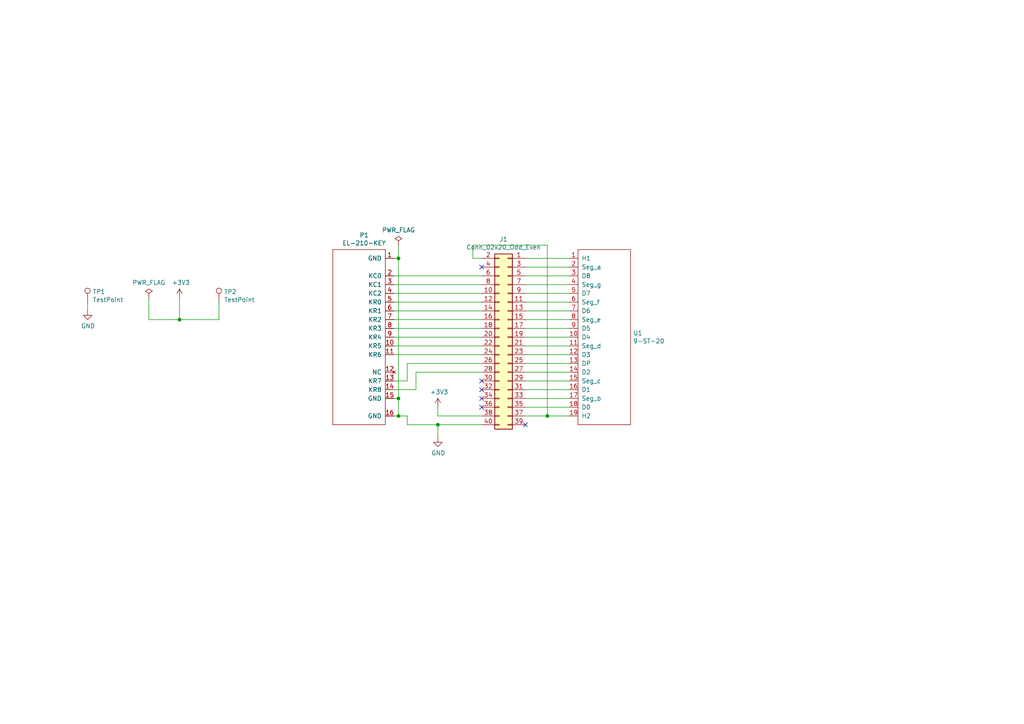
<source format=kicad_sch>
(kicad_sch (version 20211123) (generator eeschema)
  (paper "A4")
  (title_block (title "Akashi-10") (date "2022-06-07") (rev "1.0"))
  (lib_symbols
    (symbol "9-ST-20:9-ST-20" (pin_names (offset 1.016))
      (property "Reference" "U" (at 6.35 3.81 0))
      (property "Value" "9-ST-20" (at 7.62 -49.53 0))
      (symbol "9-ST-20_0_1"
        (rectangle (start 15.24 -48.26) (end 0 2.54))
      )
      (symbol "9-ST-20_1_1"
        (pin passive line (at -2.54 0 0) (length 2.54) (name "H1") (number "1"))
        (pin passive line (at -2.54 -22.86 0) (length 2.54) (name "D4") (number "10"))
        (pin passive line (at -2.54 -25.4 0) (length 2.54) (name "Seg_d") (number "11"))
        (pin passive line (at -2.54 -27.94 0) (length 2.54) (name "D3") (number "12"))
        (pin passive line (at -2.54 -30.48 0) (length 2.54) (name "DP") (number "13"))
        (pin passive line (at -2.54 -33.02 0) (length 2.54) (name "D2") (number "14"))
        (pin passive line (at -2.54 -35.56 0) (length 2.54) (name "Seg_c") (number "15"))
        (pin passive line (at -2.54 -38.1 0) (length 2.54) (name "D1") (number "16"))
        (pin passive line (at -2.54 -40.64 0) (length 2.54) (name "Seg_b") (number "17"))
        (pin passive line (at -2.54 -43.18 0) (length 2.54) (name "D0") (number "18"))
        (pin passive line (at -2.54 -45.72 0) (length 2.54) (name "H2") (number "19"))
        (pin passive line (at -2.54 -2.54 0) (length 2.54) (name "Seg_a") (number "2"))
        (pin passive line (at -2.54 -5.08 0) (length 2.54) (name "D8") (number "3"))
        (pin passive line (at -2.54 -7.62 0) (length 2.54) (name "Seg_g") (number "4"))
        (pin passive line (at -2.54 -10.16 0) (length 2.54) (name "D7") (number "5"))
        (pin passive line (at -2.54 -12.7 0) (length 2.54) (name "Seg_f") (number "6"))
        (pin passive line (at -2.54 -15.24 0) (length 2.54) (name "D6") (number "7"))
        (pin passive line (at -2.54 -17.78 0) (length 2.54) (name "Seg_e") (number "8"))
        (pin passive line (at -2.54 -20.32 0) (length 2.54) (name "D5") (number "9"))
      )
    )
    (symbol "Connector:TestPoint" (pin_numbers hide) (pin_names (offset 0.762) hide)
      (property "Reference" "TP" (at 0 6.858 0))
      (property "Value" "TestPoint" (at 0 5.08 0))
      (symbol "TestPoint_0_1"
        (circle (center 0 3.302) (radius 0.762))
      )
      (symbol "TestPoint_1_1"
        (pin passive line (at 0 0 90) (length 2.54) (name "1") (number "1"))
      )
    )
    (symbol "Connector_Generic:Conn_02x20_Odd_Even" (pin_names (offset 1.016) hide)
      (property "Reference" "J" (at 1.27 25.4 0))
      (property "Value" "Conn_02x20_Odd_Even" (at 1.27 -27.94 0))
      (symbol "Conn_02x20_Odd_Even_1_1"
        (rectangle (start -1.27 -25.273) (end 0 -25.527) (stroke (width 0.1524)))
        (rectangle (start -1.27 -22.733) (end 0 -22.987) (stroke (width 0.1524)))
        (rectangle (start -1.27 -20.193) (end 0 -20.447) (stroke (width 0.1524)))
        (rectangle (start -1.27 -17.653) (end 0 -17.907) (stroke (width 0.1524)))
        (rectangle (start -1.27 -15.113) (end 0 -15.367) (stroke (width 0.1524)))
        (rectangle (start -1.27 -12.573) (end 0 -12.827) (stroke (width 0.1524)))
        (rectangle (start -1.27 -10.033) (end 0 -10.287) (stroke (width 0.1524)))
        (rectangle (start -1.27 -7.493) (end 0 -7.747) (stroke (width 0.1524)))
        (rectangle (start -1.27 -4.953) (end 0 -5.207) (stroke (width 0.1524)))
        (rectangle (start -1.27 -2.413) (end 0 -2.667) (stroke (width 0.1524)))
        (rectangle (start -1.27 0.127) (end 0 -0.127) (stroke (width 0.1524)))
        (rectangle (start -1.27 2.667) (end 0 2.413) (stroke (width 0.1524)))
        (rectangle (start -1.27 5.207) (end 0 4.953) (stroke (width 0.1524)))
        (rectangle (start -1.27 7.747) (end 0 7.493) (stroke (width 0.1524)))
        (rectangle (start -1.27 10.287) (end 0 10.033) (stroke (width 0.1524)))
        (rectangle (start -1.27 12.827) (end 0 12.573) (stroke (width 0.1524)))
        (rectangle (start -1.27 15.367) (end 0 15.113) (stroke (width 0.1524)))
        (rectangle (start -1.27 17.907) (end 0 17.653) (stroke (width 0.1524)))
        (rectangle (start -1.27 20.447) (end 0 20.193) (stroke (width 0.1524)))
        (rectangle (start -1.27 22.987) (end 0 22.733) (stroke (width 0.1524)))
        (rectangle (start -1.27 24.13) (end 3.81 -26.67) (stroke (width 0.254)) (fill (type background)))
        (rectangle (start 3.81 -25.273) (end 2.54 -25.527) (stroke (width 0.1524)))
        (rectangle (start 3.81 -22.733) (end 2.54 -22.987) (stroke (width 0.1524)))
        (rectangle (start 3.81 -20.193) (end 2.54 -20.447) (stroke (width 0.1524)))
        (rectangle (start 3.81 -17.653) (end 2.54 -17.907) (stroke (width 0.1524)))
        (rectangle (start 3.81 -15.113) (end 2.54 -15.367) (stroke (width 0.1524)))
        (rectangle (start 3.81 -12.573) (end 2.54 -12.827) (stroke (width 0.1524)))
        (rectangle (start 3.81 -10.033) (end 2.54 -10.287) (stroke (width 0.1524)))
        (rectangle (start 3.81 -7.493) (end 2.54 -7.747) (stroke (width 0.1524)))
        (rectangle (start 3.81 -4.953) (end 2.54 -5.207) (stroke (width 0.1524)))
        (rectangle (start 3.81 -2.413) (end 2.54 -2.667) (stroke (width 0.1524)))
        (rectangle (start 3.81 0.127) (end 2.54 -0.127) (stroke (width 0.1524)))
        (rectangle (start 3.81 2.667) (end 2.54 2.413) (stroke (width 0.1524)))
        (rectangle (start 3.81 5.207) (end 2.54 4.953) (stroke (width 0.1524)))
        (rectangle (start 3.81 7.747) (end 2.54 7.493) (stroke (width 0.1524)))
        (rectangle (start 3.81 10.287) (end 2.54 10.033) (stroke (width 0.1524)))
        (rectangle (start 3.81 12.827) (end 2.54 12.573) (stroke (width 0.1524)))
        (rectangle (start 3.81 15.367) (end 2.54 15.113) (stroke (width 0.1524)))
        (rectangle (start 3.81 17.907) (end 2.54 17.653) (stroke (width 0.1524)))
        (rectangle (start 3.81 20.447) (end 2.54 20.193) (stroke (width 0.1524)))
        (rectangle (start 3.81 22.987) (end 2.54 22.733) (stroke (width 0.1524)))
        (pin passive line (at -5.08 22.86 0) (length 3.81) (name "Pin_1") (number "1"))
        (pin passive line (at 7.62 12.7 180) (length 3.81) (name "Pin_10") (number "10"))
        (pin passive line (at -5.08 10.16 0) (length 3.81) (name "Pin_11") (number "11"))
        (pin passive line (at 7.62 10.16 180) (length 3.81) (name "Pin_12") (number "12"))
        (pin passive line (at -5.08 7.62 0) (length 3.81) (name "Pin_13") (number "13"))
        (pin passive line (at 7.62 7.62 180) (length 3.81) (name "Pin_14") (number "14"))
        (pin passive line (at -5.08 5.08 0) (length 3.81) (name "Pin_15") (number "15"))
        (pin passive line (at 7.62 5.08 180) (length 3.81) (name "Pin_16") (number "16"))
        (pin passive line (at -5.08 2.54 0) (length 3.81) (name "Pin_17") (number "17"))
        (pin passive line (at 7.62 2.54 180) (length 3.81) (name "Pin_18") (number "18"))
        (pin passive line (at -5.08 0 0) (length 3.81) (name "Pin_19") (number "19"))
        (pin passive line (at 7.62 22.86 180) (length 3.81) (name "Pin_2") (number "2"))
        (pin passive line (at 7.62 0 180) (length 3.81) (name "Pin_20") (number "20"))
        (pin passive line (at -5.08 -2.54 0) (length 3.81) (name "Pin_21") (number "21"))
        (pin passive line (at 7.62 -2.54 180) (length 3.81) (name "Pin_22") (number "22"))
        (pin passive line (at -5.08 -5.08 0) (length 3.81) (name "Pin_23") (number "23"))
        (pin passive line (at 7.62 -5.08 180) (length 3.81) (name "Pin_24") (number "24"))
        (pin passive line (at -5.08 -7.62 0) (length 3.81) (name "Pin_25") (number "25"))
        (pin passive line (at 7.62 -7.62 180) (length 3.81) (name "Pin_26") (number "26"))
        (pin passive line (at -5.08 -10.16 0) (length 3.81) (name "Pin_27") (number "27"))
        (pin passive line (at 7.62 -10.16 180) (length 3.81) (name "Pin_28") (number "28"))
        (pin passive line (at -5.08 -12.7 0) (length 3.81) (name "Pin_29") (number "29"))
        (pin passive line (at -5.08 20.32 0) (length 3.81) (name "Pin_3") (number "3"))
        (pin passive line (at 7.62 -12.7 180) (length 3.81) (name "Pin_30") (number "30"))
        (pin passive line (at -5.08 -15.24 0) (length 3.81) (name "Pin_31") (number "31"))
        (pin passive line (at 7.62 -15.24 180) (length 3.81) (name "Pin_32") (number "32"))
        (pin passive line (at -5.08 -17.78 0) (length 3.81) (name "Pin_33") (number "33"))
        (pin passive line (at 7.62 -17.78 180) (length 3.81) (name "Pin_34") (number "34"))
        (pin passive line (at -5.08 -20.32 0) (length 3.81) (name "Pin_35") (number "35"))
        (pin passive line (at 7.62 -20.32 180) (length 3.81) (name "Pin_36") (number "36"))
        (pin passive line (at -5.08 -22.86 0) (length 3.81) (name "Pin_37") (number "37"))
        (pin passive line (at 7.62 -22.86 180) (length 3.81) (name "Pin_38") (number "38"))
        (pin passive line (at -5.08 -25.4 0) (length 3.81) (name "Pin_39") (number "39"))
        (pin passive line (at 7.62 20.32 180) (length 3.81) (name "Pin_4") (number "4"))
        (pin passive line (at 7.62 -25.4 180) (length 3.81) (name "Pin_40") (number "40"))
        (pin passive line (at -5.08 17.78 0) (length 3.81) (name "Pin_5") (number "5"))
        (pin passive line (at 7.62 17.78 180) (length 3.81) (name "Pin_6") (number "6"))
        (pin passive line (at -5.08 15.24 0) (length 3.81) (name "Pin_7") (number "7"))
        (pin passive line (at 7.62 15.24 180) (length 3.81) (name "Pin_8") (number "8"))
        (pin passive line (at -5.08 12.7 0) (length 3.81) (name "Pin_9") (number "9"))
      )
    )
    (symbol "EL-210-KEY:EL-210-KEY" (pin_names (offset 1.016))
      (property "Reference" "P" (at 10.16 3.81 0))
      (property "Value" "EL-210-KEY" (at 10.16 -49.53 0))
      (symbol "EL-210-KEY_0_1"
        (rectangle (start 2.54 2.54) (end 17.78 -48.26))
      )
      (symbol "EL-210-KEY_1_1"
        (pin power_in line (at 0 0 0) (length 2.54) (name "GND") (number "1"))
        (pin input line (at 0 -25.4 0) (length 2.54) (name "KR5") (number "10"))
        (pin input line (at 0 -27.94 0) (length 2.54) (name "KR6") (number "11"))
        (pin no_connect line (at 0 -33.02 0) (length 2.54) (name "NC") (number "12"))
        (pin input line (at 0 -35.56 0) (length 2.54) (name "KR7") (number "13"))
        (pin input line (at 0 -38.1 0) (length 2.54) (name "KR8") (number "14"))
        (pin power_in line (at 0 -40.64 0) (length 2.54) (name "GND") (number "15"))
        (pin power_in line (at 0 -45.72 0) (length 2.54) (name "GND") (number "16"))
        (pin output line (at 0 -5.08 0) (length 2.54) (name "KC0") (number "2"))
        (pin output line (at 0 -7.62 0) (length 2.54) (name "KC1") (number "3"))
        (pin output line (at 0 -10.16 0) (length 2.54) (name "KC2") (number "4"))
        (pin input line (at 0 -12.7 0) (length 2.54) (name "KR0") (number "5"))
        (pin input line (at 0 -15.24 0) (length 2.54) (name "KR1") (number "6"))
        (pin input line (at 0 -17.78 0) (length 2.54) (name "KR2") (number "7"))
        (pin input line (at 0 -20.32 0) (length 2.54) (name "KR3") (number "8"))
        (pin input line (at 0 -22.86 0) (length 2.54) (name "KR4") (number "9"))
      )
    )
    (symbol "power:+3.3V" (power) (pin_names (offset 0))
      (property "Value" "+3.3V" (at 0 3.556 0))
      (symbol "+3.3V_0_1"
        (polyline (pts (xy -0.762 1.27) (xy 0 2.54)))
        (polyline (pts (xy 0 0) (xy 0 2.54)))
        (polyline (pts (xy 0 2.54) (xy 0.762 1.27)))
      )
      (symbol "+3.3V_1_1"
        (pin power_in line (at 0 0 90) (length 0) hide (name "+3V3") (number "1"))
      )
    )
    (symbol "power:GND" (power) (pin_names (offset 0))
      (property "Value" "GND" (at 0 -3.81 0))
      (symbol "GND_0_1"
        (polyline (pts (xy 0 0) (xy 0 -1.27) (xy 1.27 -1.27) (xy 0 -2.54) (xy -1.27 -1.27) (xy 0 -1.27)))
      )
      (symbol "GND_1_1"
        (pin power_in line (at 0 0 270) (length 0) hide (name "GND") (number "1"))
      )
    )
    (symbol "power:PWR_FLAG" (power) (pin_numbers hide) (pin_names (offset 0) hide)
      (property "Value" "PWR_FLAG" (at 0 3.81 0))
      (symbol "PWR_FLAG_0_0"
        (pin power_out line (at 0 0 90) (length 0) (name "pwr") (number "1"))
      )
      (symbol "PWR_FLAG_0_1"
        (polyline (pts (xy 0 0) (xy 0 1.27) (xy -1.016 1.905) (xy 0 2.54) (xy 1.016 1.905) (xy 0 1.27)))
      )
    )
  )
  (junction (at 115.57 74.93))
  (junction (at 115.57 120.65))
  (junction (at 158.75 120.65))
  (junction (at 127 123.19))
  (junction (at 52.07 92.71))
  (junction (at 115.57 115.57))
  (no_connect (at 139.7 115.57))
  (no_connect (at 152.4 123.19))
  (no_connect (at 139.7 113.03))
  (no_connect (at 139.7 110.49))
  (no_connect (at 139.7 118.11))
  (no_connect (at 139.7 77.47))
  (wire (pts (xy 120.65 113.03) (xy 120.65 107.95)))
  (wire (pts (xy 152.4 85.09) (xy 165.1 85.09)))
  (wire (pts (xy 52.07 92.71) (xy 63.5 92.71)))
  (wire (pts (xy 139.7 74.93) (xy 137.16 74.93)))
  (wire (pts (xy 114.3 113.03) (xy 120.65 113.03)))
  (wire (pts (xy 165.1 77.47) (xy 152.4 77.47)))
  (wire (pts (xy 118.11 123.19) (xy 127 123.19)))
  (wire (pts (xy 118.11 105.41) (xy 139.7 105.41)))
  (wire (pts (xy 25.4 87.63) (xy 25.4 90.17)))
  (wire (pts (xy 127 120.65) (xy 127 118.11)))
  (wire (pts (xy 114.3 80.01) (xy 139.7 80.01)))
  (wire (pts (xy 152.4 74.93) (xy 165.1 74.93)))
  (wire (pts (xy 115.57 74.93) (xy 115.57 115.57)))
  (wire (pts (xy 137.16 71.12) (xy 158.75 71.12)))
  (wire (pts (xy 115.57 115.57) (xy 115.57 120.65)))
  (wire (pts (xy 139.7 85.09) (xy 114.3 85.09)))
  (wire (pts (xy 152.4 115.57) (xy 165.1 115.57)))
  (wire (pts (xy 152.4 110.49) (xy 165.1 110.49)))
  (wire (pts (xy 118.11 120.65) (xy 118.11 123.19)))
  (wire (pts (xy 152.4 120.65) (xy 158.75 120.65)))
  (wire (pts (xy 152.4 80.01) (xy 165.1 80.01)))
  (wire (pts (xy 114.3 100.33) (xy 139.7 100.33)))
  (wire (pts (xy 114.3 115.57) (xy 115.57 115.57)))
  (wire (pts (xy 152.4 90.17) (xy 165.1 90.17)))
  (wire (pts (xy 158.75 120.65) (xy 165.1 120.65)))
  (wire (pts (xy 165.1 113.03) (xy 152.4 113.03)))
  (wire (pts (xy 114.3 110.49) (xy 118.11 110.49)))
  (wire (pts (xy 120.65 107.95) (xy 139.7 107.95)))
  (wire (pts (xy 63.5 92.71) (xy 63.5 87.63)))
  (wire (pts (xy 158.75 71.12) (xy 158.75 120.65)))
  (wire (pts (xy 115.57 71.12) (xy 115.57 74.93)))
  (wire (pts (xy 127 127) (xy 127 123.19)))
  (wire (pts (xy 114.3 82.55) (xy 139.7 82.55)))
  (wire (pts (xy 139.7 97.79) (xy 114.3 97.79)))
  (wire (pts (xy 152.4 105.41) (xy 165.1 105.41)))
  (wire (pts (xy 114.3 87.63) (xy 139.7 87.63)))
  (wire (pts (xy 165.1 92.71) (xy 152.4 92.71)))
  (wire (pts (xy 152.4 95.25) (xy 165.1 95.25)))
  (wire (pts (xy 43.18 92.71) (xy 52.07 92.71)))
  (wire (pts (xy 52.07 86.36) (xy 52.07 92.71)))
  (wire (pts (xy 165.1 102.87) (xy 152.4 102.87)))
  (wire (pts (xy 139.7 120.65) (xy 127 120.65)))
  (wire (pts (xy 137.16 74.93) (xy 137.16 71.12)))
  (wire (pts (xy 139.7 102.87) (xy 114.3 102.87)))
  (wire (pts (xy 165.1 82.55) (xy 152.4 82.55)))
  (wire (pts (xy 165.1 118.11) (xy 152.4 118.11)))
  (wire (pts (xy 114.3 74.93) (xy 115.57 74.93)))
  (wire (pts (xy 152.4 100.33) (xy 165.1 100.33)))
  (wire (pts (xy 115.57 120.65) (xy 118.11 120.65)))
  (wire (pts (xy 165.1 97.79) (xy 152.4 97.79)))
  (wire (pts (xy 114.3 90.17) (xy 139.7 90.17)))
  (wire (pts (xy 118.11 110.49) (xy 118.11 105.41)))
  (wire (pts (xy 165.1 87.63) (xy 152.4 87.63)))
  (wire (pts (xy 114.3 120.65) (xy 115.57 120.65)))
  (wire (pts (xy 165.1 107.95) (xy 152.4 107.95)))
  (wire (pts (xy 139.7 92.71) (xy 114.3 92.71)))
  (wire (pts (xy 114.3 95.25) (xy 139.7 95.25)))
  (wire (pts (xy 127 123.19) (xy 139.7 123.19)))
  (wire (pts (xy 43.18 86.36) (xy 43.18 92.71)))
  (symbol (lib_id "EL-210-KEY:EL-210-KEY") (at 114.3 74.93 0) (mirror y) (unit 1)
    (property "Reference" "P1" (at 105.6132 68.199 0))
    (property "Value" "EL-210-KEY" (at 105.6132 70.5104 0))
    (property "Footprint" "EL-210-KEY:EL-210-KEY" (effects hide))
  )
  (symbol (lib_id "9-ST-20:9-ST-20") (at 167.64 74.93 0) (unit 1)
    (property "Reference" "U1" (at 183.5912 96.6216 0) (effects (justify left)))
    (property "Value" "9-ST-20" (at 183.5912 98.933 0) (effects (justify left)))
    (property "Footprint" "9-ST-20:9-ST-20" (effects hide))
  )
  (symbol (lib_id "power:GND") (at 127 127 0) (unit 1)
    (property "Reference" "#PWR02" (effects hide))
    (property "Value" "GND" (at 127.127 131.3942 0))
  )
  (symbol (lib_id "power:+3.3V") (at 127 118.11 0) (unit 1)
    (property "Reference" "#PWR01" (effects hide))
    (property "Value" "+3.3V" (at 127.381 113.7158 0))
  )
  (symbol (lib_id "Connector_Generic:Conn_02x20_Odd_Even") (at 147.32 97.79 0) (mirror y) (unit 1)
    (property "Reference" "J1" (at 146.05 69.4182 0))
    (property "Value" "Conn_02x20_Odd_Even" (at 146.05 71.7296 0))
    (property "Footprint" "Connector_PinHeader_2.54mm:PinHeader_2x20_P2.54mm_Vertical" (effects hide))
  )
  (symbol (lib_id "power:PWR_FLAG") (at 43.18 86.36 0) (unit 1)
    (property "Reference" "#FLG01" (effects hide))
    (property "Value" "PWR_FLAG" (at 43.18 81.9658 0))
  )
  (symbol (lib_id "power:PWR_FLAG") (at 115.57 71.12 0) (unit 1)
    (property "Reference" "#FLG02" (effects hide))
    (property "Value" "PWR_FLAG" (at 115.57 66.7258 0))
  )
  (symbol (lib_id "power:+3.3V") (at 52.07 86.36 0) (unit 1)
    (property "Reference" "#PWR04" (effects hide))
    (property "Value" "+3.3V" (at 52.451 81.9658 0))
  )
  (symbol (lib_id "power:GND") (at 25.4 90.17 0) (unit 1)
    (property "Reference" "#PWR03" (effects hide))
    (property "Value" "GND" (at 25.527 94.5642 0))
  )
  (symbol (lib_id "Connector:TestPoint") (at 63.5 87.63 0) (unit 1)
    (property "Reference" "TP2" (at 64.9732 84.6328 0) (effects (justify left)))
    (property "Value" "TestPoint" (at 64.9732 86.9442 0) (effects (justify left)))
    (property "Footprint" "TestPoint:TestPoint_Loop_D2.60mm_Drill0.9mm_Beaded" (effects hide))
  )
  (symbol (lib_id "Connector:TestPoint") (at 25.4 87.63 0) (unit 1)
    (property "Reference" "TP1" (at 26.8732 84.6328 0) (effects (justify left)))
    (property "Value" "TestPoint" (at 26.8732 86.9442 0) (effects (justify left)))
    (property "Footprint" "TestPoint:TestPoint_Loop_D2.60mm_Drill0.9mm_Beaded" (effects hide))
  )
)
</source>
